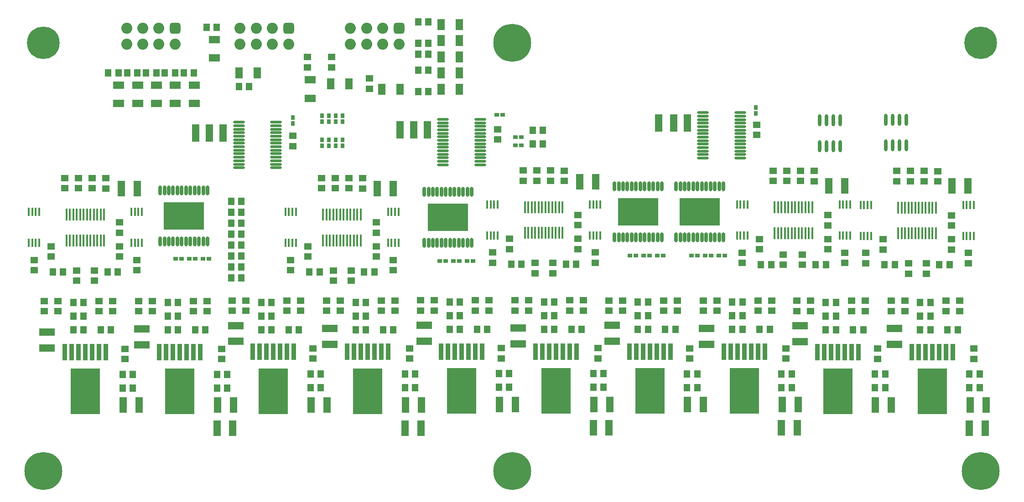
<source format=gts>
%FSLAX44Y44*%
%MOMM*%
G71*
G01*
G75*
G04 Layer_Color=8388736*
%ADD10R,1.2000X1.3500*%
%ADD11R,1.4000X2.0000*%
%ADD12R,1.3500X1.2000*%
%ADD13R,2.0000X1.4000*%
%ADD14R,0.7000X0.8000*%
%ADD15R,0.8000X0.7000*%
%ADD16R,2.8000X1.3500*%
%ADD17R,1.3000X0.8000*%
%ADD18R,5.3500X8.5400*%
%ADD19R,0.8900X3.0600*%
%ADD20O,0.3500X2.2000*%
%ADD21O,0.3500X1.5500*%
%ADD22R,1.3500X2.8000*%
%ADD23O,0.6000X2.2000*%
%ADD24O,2.1000X0.4500*%
%ADD25O,0.6000X1.8000*%
%ADD26R,7.4000X5.0000*%
%ADD27C,1.0160*%
%ADD28C,0.1524*%
%ADD29C,0.7620*%
%ADD30C,0.2540*%
%ADD31C,0.5080*%
%ADD32C,0.6350*%
%ADD33C,0.2032*%
%ADD34C,0.3048*%
%ADD35R,177.7702X1.3208*%
%ADD36C,2.0000*%
G04:AMPARAMS|DCode=37|XSize=2mm|YSize=2mm|CornerRadius=0.5mm|HoleSize=0mm|Usage=FLASHONLY|Rotation=180.000|XOffset=0mm|YOffset=0mm|HoleType=Round|Shape=RoundedRectangle|*
%AMROUNDEDRECTD37*
21,1,2.0000,1.0000,0,0,180.0*
21,1,1.0000,2.0000,0,0,180.0*
1,1,1.0000,-0.5000,0.5000*
1,1,1.0000,0.5000,0.5000*
1,1,1.0000,0.5000,-0.5000*
1,1,1.0000,-0.5000,-0.5000*
%
%ADD37ROUNDEDRECTD37*%
%ADD38C,7.0000*%
%ADD39C,6.0000*%
%ADD40C,0.7000*%
%ADD41C,1.2700*%
%ADD42C,0.6600*%
%ADD43C,2.0160*%
%ADD44C,3.4160*%
%ADD45C,4.5160*%
%ADD46C,4.1160*%
G04:AMPARAMS|DCode=47|XSize=1.824mm|YSize=1.824mm|CornerRadius=0mm|HoleSize=0mm|Usage=FLASHONLY|Rotation=0.000|XOffset=0mm|YOffset=0mm|HoleType=Round|Shape=Relief|Width=0.254mm|Gap=0.254mm|Entries=4|*
%AMTHD47*
7,0,0,1.8240,1.3160,0.2540,45*
%
%ADD47THD47*%
%ADD48C,1.3160*%
%ADD49C,1.7272*%
%ADD50C,1.3460*%
G04:AMPARAMS|DCode=51|XSize=2.524mm|YSize=2.524mm|CornerRadius=0mm|HoleSize=0mm|Usage=FLASHONLY|Rotation=0.000|XOffset=0mm|YOffset=0mm|HoleType=Round|Shape=Relief|Width=0.254mm|Gap=0.254mm|Entries=4|*
%AMTHD51*
7,0,0,2.5240,2.0160,0.2540,45*
%
%ADD51THD51*%
G04:AMPARAMS|DCode=52|XSize=2.2352mm|YSize=2.2352mm|CornerRadius=0mm|HoleSize=0mm|Usage=FLASHONLY|Rotation=0.000|XOffset=0mm|YOffset=0mm|HoleType=Round|Shape=Relief|Width=0.254mm|Gap=0.254mm|Entries=4|*
%AMTHD52*
7,0,0,2.2352,1.7272,0.2540,45*
%
%ADD52THD52*%
%ADD53C,2.5400*%
%ADD54C,0.3000*%
%ADD55C,0.2000*%
%ADD56C,0.2500*%
%ADD57C,0.6000*%
%ADD58C,0.4000*%
%ADD59C,0.1270*%
%ADD60R,1.4732X3.1750*%
%ADD61R,1.2508X1.4008*%
%ADD62R,1.4508X2.0508*%
%ADD63R,1.4008X1.2508*%
%ADD64R,2.0508X1.4508*%
%ADD65R,0.7508X0.8508*%
%ADD66R,0.8508X0.7508*%
%ADD67R,2.8508X1.4008*%
%ADD68R,1.3508X0.8508*%
%ADD69R,5.4008X8.5908*%
%ADD70R,0.9408X3.1108*%
%ADD71O,0.4008X2.2508*%
%ADD72O,0.4008X1.6008*%
%ADD73R,1.4008X2.8508*%
%ADD74O,0.6508X2.2508*%
%ADD75O,2.1508X0.5008*%
%ADD76O,0.6508X1.8508*%
%ADD77R,7.4508X5.0508*%
%ADD78C,2.0508*%
G04:AMPARAMS|DCode=79|XSize=2.0508mm|YSize=2.0508mm|CornerRadius=0.5254mm|HoleSize=0mm|Usage=FLASHONLY|Rotation=180.000|XOffset=0mm|YOffset=0mm|HoleType=Round|Shape=RoundedRectangle|*
%AMROUNDEDRECTD79*
21,1,2.0508,1.0000,0,0,180.0*
21,1,1.0000,2.0508,0,0,180.0*
1,1,1.0508,-0.5000,0.5000*
1,1,1.0508,0.5000,0.5000*
1,1,1.0508,0.5000,-0.5000*
1,1,1.0508,-0.5000,-0.5000*
%
%ADD79ROUNDEDRECTD79*%
%ADD80C,0.0508*%
%ADD81C,7.0508*%
%ADD82C,6.0508*%
D60*
X-157156Y-235810D02*
D03*
X-182557Y-235795D02*
D03*
X-207957Y-235797D02*
D03*
X325249Y-223403D02*
D03*
X299851Y-223399D02*
D03*
X272411Y-222912D02*
D03*
X-586922Y-241296D02*
D03*
X-561528Y-241301D02*
D03*
X-536122Y-241296D02*
D03*
D61*
X-155500Y-165000D02*
D03*
X-174500D02*
D03*
X-155500Y-125000D02*
D03*
X-174500D02*
D03*
X-155500Y-95000D02*
D03*
X-174500D02*
D03*
X-155500Y-75000D02*
D03*
X-174500D02*
D03*
X-155500Y-35000D02*
D03*
X-174500D02*
D03*
X-695500Y-130000D02*
D03*
X-714500D02*
D03*
X-660500D02*
D03*
X-679500D02*
D03*
X-625500D02*
D03*
X-644500D02*
D03*
X-590500D02*
D03*
X-609500D02*
D03*
X-730500D02*
D03*
X-749500D02*
D03*
X-548000Y-45000D02*
D03*
X-567000D02*
D03*
X-507000Y-155000D02*
D03*
X-488000D02*
D03*
X57180Y-236920D02*
D03*
X38180D02*
D03*
X57180Y-262320D02*
D03*
X38180D02*
D03*
X776560Y-581950D02*
D03*
X757560D02*
D03*
X776560Y-556550D02*
D03*
X757560D02*
D03*
X808360Y-607350D02*
D03*
X827360D02*
D03*
X812120Y-486700D02*
D03*
X793120D02*
D03*
X601300Y-556550D02*
D03*
X582300D02*
D03*
X601300Y-581950D02*
D03*
X582300D02*
D03*
X633100Y-607350D02*
D03*
X652100D02*
D03*
X691520Y-486700D02*
D03*
X710520D02*
D03*
X757560Y-607350D02*
D03*
X776560D02*
D03*
X849000Y-715300D02*
D03*
X868000D02*
D03*
X849000Y-689900D02*
D03*
X868000D02*
D03*
X582300Y-607350D02*
D03*
X601300D02*
D03*
X673740Y-689900D02*
D03*
X692740D02*
D03*
X673740Y-715300D02*
D03*
X692740D02*
D03*
X-521540Y-429440D02*
D03*
X-502540D02*
D03*
X-521540Y-409120D02*
D03*
X-502540D02*
D03*
X-521540Y-368480D02*
D03*
X-502540D02*
D03*
X-521540Y-388800D02*
D03*
X-502540D02*
D03*
X-639081Y-582350D02*
D03*
X-620080D02*
D03*
X-290180Y-581860D02*
D03*
X-271180D02*
D03*
X59419Y-581080D02*
D03*
X78419D02*
D03*
X408730Y-581570D02*
D03*
X427729D02*
D03*
X-639081Y-556950D02*
D03*
X-620080D02*
D03*
X-290180Y-556460D02*
D03*
X-271180D02*
D03*
X59419Y-555680D02*
D03*
X78419D02*
D03*
X408730Y-556170D02*
D03*
X427729D02*
D03*
X-569280Y-607750D02*
D03*
X-588280D02*
D03*
X-220380Y-607260D02*
D03*
X-239380D02*
D03*
X129220Y-606480D02*
D03*
X110220D02*
D03*
X478530Y-606970D02*
D03*
X459530D02*
D03*
X-750841Y-499800D02*
D03*
X-731841D02*
D03*
X-274570Y-499800D02*
D03*
X-255570D02*
D03*
X100059Y-485830D02*
D03*
X119059D02*
D03*
X563670Y-486320D02*
D03*
X582669D02*
D03*
X-814341Y-556950D02*
D03*
X-795340D02*
D03*
X-465440Y-556460D02*
D03*
X-446440D02*
D03*
X-115841Y-555680D02*
D03*
X-96840D02*
D03*
X233470Y-556170D02*
D03*
X252470D02*
D03*
X-814341Y-582350D02*
D03*
X-795340D02*
D03*
X-465440Y-581860D02*
D03*
X-446440D02*
D03*
X-115841Y-581080D02*
D03*
X-96840D02*
D03*
X233470Y-581570D02*
D03*
X252470D02*
D03*
X-744540Y-607750D02*
D03*
X-763540D02*
D03*
X-395640Y-607260D02*
D03*
X-414640D02*
D03*
X-46040Y-606480D02*
D03*
X-65040D02*
D03*
X303270Y-606970D02*
D03*
X284270D02*
D03*
X-833440Y-499800D02*
D03*
X-852440D02*
D03*
X-357170Y-499800D02*
D03*
X-376170D02*
D03*
X17460Y-485830D02*
D03*
X-1540D02*
D03*
X481070Y-486320D02*
D03*
X462070D02*
D03*
X-620080Y-607750D02*
D03*
X-639080D02*
D03*
X-271180Y-607260D02*
D03*
X-290180D02*
D03*
X78420Y-606480D02*
D03*
X59420D02*
D03*
X427730Y-606970D02*
D03*
X408730D02*
D03*
X-528640Y-715700D02*
D03*
X-547640D02*
D03*
X-179740Y-715210D02*
D03*
X-198740D02*
D03*
X169860Y-714430D02*
D03*
X150860D02*
D03*
X519170Y-714920D02*
D03*
X500170D02*
D03*
X-528640Y-690300D02*
D03*
X-547640D02*
D03*
X-179740Y-689810D02*
D03*
X-198740D02*
D03*
X169860Y-689030D02*
D03*
X150860D02*
D03*
X519170Y-689520D02*
D03*
X500170D02*
D03*
X-795340Y-607750D02*
D03*
X-814340D02*
D03*
X-446440Y-607260D02*
D03*
X-465440D02*
D03*
X-96840Y-606480D02*
D03*
X-115840D02*
D03*
X252470Y-606970D02*
D03*
X233470D02*
D03*
X-703900Y-690300D02*
D03*
X-722900D02*
D03*
X-355000Y-689810D02*
D03*
X-374000D02*
D03*
X-5400Y-689030D02*
D03*
X-24400D02*
D03*
X343910Y-689520D02*
D03*
X324910D02*
D03*
X-703900Y-715700D02*
D03*
X-722900D02*
D03*
X-355000Y-715210D02*
D03*
X-374000D02*
D03*
X-5400Y-714430D02*
D03*
X-24400D02*
D03*
X343910Y-714920D02*
D03*
X324910D02*
D03*
X-521540Y-510720D02*
D03*
X-502540D02*
D03*
X-521540Y-490400D02*
D03*
X-502540D02*
D03*
X-521540Y-470080D02*
D03*
X-502540D02*
D03*
X-521540Y-449760D02*
D03*
X-502540D02*
D03*
D62*
X-132000Y-160000D02*
D03*
X-98000D02*
D03*
X-242000D02*
D03*
X-208000D02*
D03*
X-132000Y-130000D02*
D03*
X-98000D02*
D03*
X-132000Y-100000D02*
D03*
X-98000D02*
D03*
X-132000Y-70000D02*
D03*
X-98000D02*
D03*
X-132000Y-40000D02*
D03*
X-98000D02*
D03*
X-337000Y-150000D02*
D03*
X-303000D02*
D03*
X-507000Y-130000D02*
D03*
X-473000D02*
D03*
D63*
X-265000Y-159500D02*
D03*
Y-140500D02*
D03*
X-335000Y-119500D02*
D03*
Y-100500D02*
D03*
X-380000Y-119500D02*
D03*
Y-100500D02*
D03*
X-36490Y-482630D02*
D03*
Y-463630D02*
D03*
X-217180Y-572310D02*
D03*
Y-553310D02*
D03*
X789920Y-312760D02*
D03*
Y-331760D02*
D03*
X713720Y-312100D02*
D03*
Y-331100D02*
D03*
X805160Y-572400D02*
D03*
Y-553400D02*
D03*
X830560Y-553400D02*
D03*
Y-572400D02*
D03*
X728960Y-553400D02*
D03*
Y-572400D02*
D03*
X847070Y-483500D02*
D03*
Y-464500D02*
D03*
X768710Y-502950D02*
D03*
Y-483950D02*
D03*
X629900Y-572400D02*
D03*
Y-553400D02*
D03*
X655300Y-553400D02*
D03*
Y-572400D02*
D03*
X553700Y-553400D02*
D03*
Y-572400D02*
D03*
X735690Y-502950D02*
D03*
Y-483950D02*
D03*
X656570Y-483500D02*
D03*
Y-464500D02*
D03*
X857230Y-642300D02*
D03*
Y-661300D02*
D03*
X678160Y-661300D02*
D03*
Y-642300D02*
D03*
X703560Y-553400D02*
D03*
Y-572400D02*
D03*
X815320Y-439100D02*
D03*
Y-458100D02*
D03*
X764520Y-312100D02*
D03*
Y-331100D02*
D03*
X528300Y-553400D02*
D03*
Y-572400D02*
D03*
X739120Y-312100D02*
D03*
Y-331100D02*
D03*
X815320Y-413650D02*
D03*
Y-394650D02*
D03*
X688320Y-458100D02*
D03*
Y-439100D02*
D03*
X-754040Y-325860D02*
D03*
Y-344860D02*
D03*
X-277770Y-325860D02*
D03*
Y-344860D02*
D03*
X96860Y-311890D02*
D03*
Y-330890D02*
D03*
X560470Y-312380D02*
D03*
Y-331380D02*
D03*
X-830220Y-325200D02*
D03*
Y-344200D02*
D03*
X-353970Y-325200D02*
D03*
Y-344200D02*
D03*
X20660Y-311230D02*
D03*
Y-330230D02*
D03*
X484270Y-311720D02*
D03*
Y-330720D02*
D03*
X-591480Y-553800D02*
D03*
Y-572800D02*
D03*
X-242580Y-553310D02*
D03*
Y-572310D02*
D03*
X107020Y-552530D02*
D03*
Y-571530D02*
D03*
X456330Y-553020D02*
D03*
Y-572020D02*
D03*
X-566080Y-572800D02*
D03*
Y-553800D02*
D03*
X132420Y-571530D02*
D03*
Y-552530D02*
D03*
X481730Y-572020D02*
D03*
Y-553020D02*
D03*
X-667680Y-572800D02*
D03*
Y-553800D02*
D03*
X-318780Y-572310D02*
D03*
Y-553310D02*
D03*
X30820Y-571530D02*
D03*
Y-552530D02*
D03*
X380130Y-572020D02*
D03*
Y-553020D02*
D03*
X-696890Y-477600D02*
D03*
Y-496600D02*
D03*
X-220620Y-477600D02*
D03*
Y-496600D02*
D03*
X154010Y-463630D02*
D03*
Y-482630D02*
D03*
X617620Y-464120D02*
D03*
Y-483120D02*
D03*
X-775250Y-497050D02*
D03*
Y-516050D02*
D03*
X-298980Y-497050D02*
D03*
Y-516050D02*
D03*
X75650Y-483080D02*
D03*
Y-502080D02*
D03*
X538880Y-486440D02*
D03*
Y-467440D02*
D03*
X-766740Y-553800D02*
D03*
Y-572800D02*
D03*
X-417840Y-553310D02*
D03*
Y-572310D02*
D03*
X-68240Y-552530D02*
D03*
Y-571530D02*
D03*
X281070Y-553020D02*
D03*
Y-572020D02*
D03*
X-741340Y-572800D02*
D03*
Y-553800D02*
D03*
X-392440Y-572310D02*
D03*
Y-553310D02*
D03*
X-42840Y-571530D02*
D03*
Y-552530D02*
D03*
X306470Y-572020D02*
D03*
Y-553020D02*
D03*
X-842940Y-572800D02*
D03*
Y-553800D02*
D03*
X-494040Y-572310D02*
D03*
Y-553310D02*
D03*
X-144440Y-571530D02*
D03*
Y-552530D02*
D03*
X204870Y-572020D02*
D03*
Y-553020D02*
D03*
X-808270Y-497050D02*
D03*
Y-516050D02*
D03*
X-332000Y-497050D02*
D03*
Y-516050D02*
D03*
X42630Y-483080D02*
D03*
Y-502080D02*
D03*
X503280Y-486440D02*
D03*
Y-467440D02*
D03*
X-887390Y-477600D02*
D03*
Y-496600D02*
D03*
X-411120Y-477600D02*
D03*
Y-496600D02*
D03*
X427120Y-464120D02*
D03*
Y-483120D02*
D03*
X-539410Y-642700D02*
D03*
Y-661700D02*
D03*
X-190510Y-642210D02*
D03*
Y-661210D02*
D03*
X159090Y-641430D02*
D03*
Y-660430D02*
D03*
X508400Y-641920D02*
D03*
Y-660920D02*
D03*
X-718480Y-642700D02*
D03*
Y-661700D02*
D03*
X-369580Y-642210D02*
D03*
Y-661210D02*
D03*
X-19980Y-641430D02*
D03*
Y-660430D02*
D03*
X329330Y-641920D02*
D03*
Y-660920D02*
D03*
X-26900Y-234520D02*
D03*
Y-253520D02*
D03*
X454200Y-226380D02*
D03*
Y-245380D02*
D03*
X-693080Y-572800D02*
D03*
Y-553800D02*
D03*
X-344180Y-572310D02*
D03*
Y-553310D02*
D03*
X5420Y-571530D02*
D03*
Y-552530D02*
D03*
X354730Y-572020D02*
D03*
Y-553020D02*
D03*
X-728640Y-471200D02*
D03*
Y-452200D02*
D03*
X-252370Y-471200D02*
D03*
Y-452200D02*
D03*
X122260Y-457230D02*
D03*
Y-438230D02*
D03*
X585870Y-457720D02*
D03*
Y-438720D02*
D03*
X-779440Y-344200D02*
D03*
Y-325200D02*
D03*
X-303170Y-344200D02*
D03*
Y-325200D02*
D03*
X71460Y-330230D02*
D03*
Y-311230D02*
D03*
X535070Y-330720D02*
D03*
Y-311720D02*
D03*
X-868340Y-572800D02*
D03*
Y-553800D02*
D03*
X-519440Y-572310D02*
D03*
Y-553310D02*
D03*
X-169840Y-571530D02*
D03*
Y-552530D02*
D03*
X179470Y-572020D02*
D03*
Y-553020D02*
D03*
X-804840Y-344200D02*
D03*
Y-325200D02*
D03*
X-328570Y-344200D02*
D03*
Y-325200D02*
D03*
X46060Y-330230D02*
D03*
Y-311230D02*
D03*
X509670Y-330720D02*
D03*
Y-311720D02*
D03*
X-728640Y-407750D02*
D03*
Y-426750D02*
D03*
X-252370Y-407750D02*
D03*
Y-426750D02*
D03*
X122260Y-393780D02*
D03*
Y-412780D02*
D03*
X585870Y-394270D02*
D03*
Y-413270D02*
D03*
X-855640Y-452200D02*
D03*
Y-471200D02*
D03*
X-379370Y-452200D02*
D03*
Y-471200D02*
D03*
X-4740Y-438230D02*
D03*
Y-457230D02*
D03*
X458870Y-438720D02*
D03*
Y-457720D02*
D03*
X-406582Y-246821D02*
D03*
Y-265821D02*
D03*
D64*
X-695000Y-153000D02*
D03*
Y-187000D02*
D03*
X-660000Y-153000D02*
D03*
Y-187000D02*
D03*
X-625000Y-153000D02*
D03*
Y-187000D02*
D03*
X-730000Y-153000D02*
D03*
Y-187000D02*
D03*
X-375000Y-143000D02*
D03*
Y-177000D02*
D03*
X-552500Y-68000D02*
D03*
Y-102000D02*
D03*
X-590000Y-153000D02*
D03*
Y-187000D02*
D03*
D65*
X-352500Y-265500D02*
D03*
Y-254500D02*
D03*
X-340000Y-265500D02*
D03*
Y-254500D02*
D03*
X-327500Y-265500D02*
D03*
Y-254500D02*
D03*
X-315000Y-254500D02*
D03*
Y-265500D02*
D03*
X-352500Y-209500D02*
D03*
Y-220500D02*
D03*
X-340000Y-209500D02*
D03*
Y-220500D02*
D03*
X-327500Y-209500D02*
D03*
Y-220500D02*
D03*
X-315000Y-220500D02*
D03*
Y-209500D02*
D03*
X452780Y-205420D02*
D03*
Y-194420D02*
D03*
X-406582Y-212721D02*
D03*
Y-223721D02*
D03*
D66*
X6620Y-249620D02*
D03*
X17620D02*
D03*
X6620Y-264860D02*
D03*
X17620D02*
D03*
X-17500Y-208000D02*
D03*
X-28500D02*
D03*
X332680Y-469320D02*
D03*
X343680D02*
D03*
X369080D02*
D03*
X358080D02*
D03*
X218380D02*
D03*
X229380D02*
D03*
X254780D02*
D03*
X243780D02*
D03*
X394480D02*
D03*
X383480D02*
D03*
X280180D02*
D03*
X269180D02*
D03*
X-134680Y-479480D02*
D03*
X-123680D02*
D03*
X-98280D02*
D03*
X-109280D02*
D03*
X-624220Y-475160D02*
D03*
X-613220D02*
D03*
X-587820D02*
D03*
X-598820D02*
D03*
X-72880Y-479480D02*
D03*
X-83880D02*
D03*
X-562420Y-475160D02*
D03*
X-573420D02*
D03*
D67*
X-863240Y-641550D02*
D03*
Y-612050D02*
D03*
X709420Y-634800D02*
D03*
Y-605300D02*
D03*
X534650Y-629110D02*
D03*
Y-599610D02*
D03*
X-687220Y-635200D02*
D03*
Y-605700D02*
D03*
X-338320Y-634710D02*
D03*
Y-605210D02*
D03*
X11280Y-633930D02*
D03*
Y-604430D02*
D03*
X360590Y-634420D02*
D03*
Y-604920D02*
D03*
X-513090Y-629020D02*
D03*
Y-599520D02*
D03*
X-163490Y-628240D02*
D03*
Y-598740D02*
D03*
X185820Y-628730D02*
D03*
Y-599230D02*
D03*
D68*
X-157060Y-224728D02*
D03*
Y-235728D02*
D03*
Y-246728D02*
D03*
X-182460Y-224728D02*
D03*
Y-235728D02*
D03*
Y-246728D02*
D03*
X-207860Y-224728D02*
D03*
Y-235728D02*
D03*
Y-246728D02*
D03*
X325240Y-234356D02*
D03*
Y-223356D02*
D03*
Y-212356D02*
D03*
X299840Y-234356D02*
D03*
Y-223356D02*
D03*
Y-212356D02*
D03*
X272440Y-233868D02*
D03*
Y-222868D02*
D03*
Y-211868D02*
D03*
X-586922Y-252257D02*
D03*
Y-241257D02*
D03*
Y-230257D02*
D03*
X-561522Y-252257D02*
D03*
Y-241257D02*
D03*
Y-230257D02*
D03*
X-536122Y-252257D02*
D03*
Y-241257D02*
D03*
Y-230257D02*
D03*
D69*
X779760Y-721650D02*
D03*
X604500D02*
D03*
X-616880Y-722050D02*
D03*
X-267980Y-721560D02*
D03*
X81620Y-720780D02*
D03*
X430930Y-721270D02*
D03*
X-792140Y-722050D02*
D03*
X-443240Y-721560D02*
D03*
X-93640Y-720780D02*
D03*
X255670Y-721270D02*
D03*
D70*
X792460Y-648600D02*
D03*
X805160D02*
D03*
X817860D02*
D03*
X779760D02*
D03*
X767060D02*
D03*
X754360D02*
D03*
X741660D02*
D03*
X617200D02*
D03*
X629900D02*
D03*
X642600D02*
D03*
X604500D02*
D03*
X591800D02*
D03*
X579100D02*
D03*
X566400D02*
D03*
X-604180Y-649000D02*
D03*
X-591480D02*
D03*
X-578780D02*
D03*
X-616880D02*
D03*
X-629580D02*
D03*
X-642280D02*
D03*
X-654980D02*
D03*
X-255280Y-648510D02*
D03*
X-242580D02*
D03*
X-229880D02*
D03*
X-267980D02*
D03*
X-280680D02*
D03*
X-293380D02*
D03*
X-306080D02*
D03*
X94320Y-647730D02*
D03*
X107020D02*
D03*
X119720D02*
D03*
X81620D02*
D03*
X68920D02*
D03*
X56220D02*
D03*
X43520D02*
D03*
X443630Y-648220D02*
D03*
X456330D02*
D03*
X469030D02*
D03*
X430930D02*
D03*
X418230D02*
D03*
X405530D02*
D03*
X392830D02*
D03*
X-779440Y-649000D02*
D03*
X-766740D02*
D03*
X-754040D02*
D03*
X-792140D02*
D03*
X-804840D02*
D03*
X-817540D02*
D03*
X-830240D02*
D03*
X-430540Y-648510D02*
D03*
X-417840D02*
D03*
X-405140D02*
D03*
X-443240D02*
D03*
X-455940D02*
D03*
X-468640D02*
D03*
X-481340D02*
D03*
X-80940Y-647730D02*
D03*
X-68240D02*
D03*
X-55540D02*
D03*
X-93640D02*
D03*
X-106340D02*
D03*
X-119040D02*
D03*
X-131740D02*
D03*
X268370Y-648220D02*
D03*
X281070D02*
D03*
X293770D02*
D03*
X255670D02*
D03*
X242970D02*
D03*
X230270D02*
D03*
X217570D02*
D03*
D71*
X716895Y-428150D02*
D03*
X723245D02*
D03*
X729595D02*
D03*
X735945D02*
D03*
X742295D02*
D03*
X748645D02*
D03*
X754995D02*
D03*
X761345D02*
D03*
X767695D02*
D03*
X774045D02*
D03*
X780395D02*
D03*
X786745D02*
D03*
X716895Y-380150D02*
D03*
X723245D02*
D03*
X729595D02*
D03*
X735945D02*
D03*
X742295D02*
D03*
X748645D02*
D03*
X754995D02*
D03*
X761345D02*
D03*
X767695D02*
D03*
X774045D02*
D03*
X780395D02*
D03*
X786745D02*
D03*
X-757215Y-393250D02*
D03*
X-763565D02*
D03*
X-769915D02*
D03*
X-776265D02*
D03*
X-782615D02*
D03*
X-788965D02*
D03*
X-795315D02*
D03*
X-801665D02*
D03*
X-808015D02*
D03*
X-814365D02*
D03*
X-820715D02*
D03*
X-827065D02*
D03*
X-757215Y-441250D02*
D03*
X-763565D02*
D03*
X-769915D02*
D03*
X-776265D02*
D03*
X-782615D02*
D03*
X-788965D02*
D03*
X-795315D02*
D03*
X-801665D02*
D03*
X-808015D02*
D03*
X-814365D02*
D03*
X-820715D02*
D03*
X-827065D02*
D03*
X-280945Y-393250D02*
D03*
X-287295D02*
D03*
X-293645D02*
D03*
X-299995D02*
D03*
X-306345D02*
D03*
X-312695D02*
D03*
X-319045D02*
D03*
X-325395D02*
D03*
X-331745D02*
D03*
X-338095D02*
D03*
X-344445D02*
D03*
X-350795D02*
D03*
X-280945Y-441250D02*
D03*
X-287295D02*
D03*
X-293645D02*
D03*
X-299995D02*
D03*
X-306345D02*
D03*
X-312695D02*
D03*
X-319045D02*
D03*
X-325395D02*
D03*
X-331745D02*
D03*
X-338095D02*
D03*
X-344445D02*
D03*
X-350795D02*
D03*
X93685Y-379280D02*
D03*
X87335D02*
D03*
X80985D02*
D03*
X74635D02*
D03*
X68285D02*
D03*
X61935D02*
D03*
X55585D02*
D03*
X49235D02*
D03*
X42885D02*
D03*
X36535D02*
D03*
X30185D02*
D03*
X23835D02*
D03*
X93685Y-427280D02*
D03*
X87335D02*
D03*
X80985D02*
D03*
X74635D02*
D03*
X68285D02*
D03*
X61935D02*
D03*
X55585D02*
D03*
X49235D02*
D03*
X42885D02*
D03*
X36535D02*
D03*
X30185D02*
D03*
X23835D02*
D03*
X557295Y-379770D02*
D03*
X550945D02*
D03*
X544595D02*
D03*
X538245D02*
D03*
X531895D02*
D03*
X525545D02*
D03*
X519195D02*
D03*
X512845D02*
D03*
X506495D02*
D03*
X500145D02*
D03*
X493795D02*
D03*
X487445D02*
D03*
X557295Y-427770D02*
D03*
X550945D02*
D03*
X544595D02*
D03*
X538245D02*
D03*
X531895D02*
D03*
X525545D02*
D03*
X519195D02*
D03*
X512845D02*
D03*
X506495D02*
D03*
X500145D02*
D03*
X493795D02*
D03*
X487445D02*
D03*
D72*
X856820Y-375400D02*
D03*
X850320D02*
D03*
X843820D02*
D03*
X837320D02*
D03*
X856820Y-432900D02*
D03*
X850320D02*
D03*
X843820D02*
D03*
X837320D02*
D03*
X646820D02*
D03*
X653320D02*
D03*
X659820D02*
D03*
X666320D02*
D03*
X646820Y-375400D02*
D03*
X653320D02*
D03*
X659820D02*
D03*
X666320D02*
D03*
X-687140Y-388500D02*
D03*
X-693640D02*
D03*
X-700140D02*
D03*
X-706640D02*
D03*
X-687140Y-446000D02*
D03*
X-693640D02*
D03*
X-700140D02*
D03*
X-706640D02*
D03*
X-210870Y-388500D02*
D03*
X-217370D02*
D03*
X-223870D02*
D03*
X-230370D02*
D03*
X-210870Y-446000D02*
D03*
X-217370D02*
D03*
X-223870D02*
D03*
X-230370D02*
D03*
X163760Y-374530D02*
D03*
X157260D02*
D03*
X150760D02*
D03*
X144260D02*
D03*
X163760Y-432030D02*
D03*
X157260D02*
D03*
X150760D02*
D03*
X144260D02*
D03*
X627370Y-375020D02*
D03*
X620870D02*
D03*
X614370D02*
D03*
X607870D02*
D03*
X627370Y-432520D02*
D03*
X620870D02*
D03*
X614370D02*
D03*
X607870D02*
D03*
X-897140Y-446000D02*
D03*
X-890640D02*
D03*
X-884140D02*
D03*
X-877640D02*
D03*
X-897140Y-388500D02*
D03*
X-890640D02*
D03*
X-884140D02*
D03*
X-877640D02*
D03*
X-420870Y-446000D02*
D03*
X-414370D02*
D03*
X-407870D02*
D03*
X-401370D02*
D03*
X-420870Y-388500D02*
D03*
X-414370D02*
D03*
X-407870D02*
D03*
X-401370D02*
D03*
X-46240Y-432030D02*
D03*
X-39740D02*
D03*
X-33240D02*
D03*
X-26740D02*
D03*
X-46240Y-374530D02*
D03*
X-39740D02*
D03*
X-33240D02*
D03*
X-26740D02*
D03*
X417370Y-432520D02*
D03*
X423870D02*
D03*
X430370D02*
D03*
X436870D02*
D03*
X417370Y-375020D02*
D03*
X423870D02*
D03*
X430370D02*
D03*
X436870D02*
D03*
D73*
X879600Y-747050D02*
D03*
X850100D02*
D03*
X878330Y-790230D02*
D03*
X848830D02*
D03*
X703990Y-747050D02*
D03*
X674490D02*
D03*
X816190Y-339780D02*
D03*
X845690D02*
D03*
X-517040Y-747450D02*
D03*
X-546540D02*
D03*
X-168140Y-746960D02*
D03*
X-197640D02*
D03*
X181460Y-746180D02*
D03*
X151960D02*
D03*
X530770Y-746670D02*
D03*
X501270D02*
D03*
X-518310Y-790630D02*
D03*
X-547810D02*
D03*
X-169410Y-790140D02*
D03*
X-198910D02*
D03*
X180190Y-789360D02*
D03*
X150690D02*
D03*
X529500Y-789850D02*
D03*
X500000D02*
D03*
X-692650Y-747450D02*
D03*
X-722150D02*
D03*
X-343750Y-746960D02*
D03*
X-373250D02*
D03*
X5850Y-746180D02*
D03*
X-23650D02*
D03*
X355160Y-746670D02*
D03*
X325660D02*
D03*
X-725590Y-344860D02*
D03*
X-696090D02*
D03*
X-250610D02*
D03*
X-221110D02*
D03*
X125310Y-332160D02*
D03*
X154810D02*
D03*
X587590Y-339780D02*
D03*
X617090D02*
D03*
D74*
X693520Y-264720D02*
D03*
X706220D02*
D03*
X718920D02*
D03*
X731620D02*
D03*
X693520Y-216720D02*
D03*
X706220D02*
D03*
X718920D02*
D03*
X731620D02*
D03*
X570970Y-266030D02*
D03*
X583670D02*
D03*
X596370D02*
D03*
X609070D02*
D03*
X570970Y-218030D02*
D03*
X583670D02*
D03*
X596370D02*
D03*
X609070D02*
D03*
D75*
X-59060Y-300750D02*
D03*
Y-294250D02*
D03*
Y-287750D02*
D03*
Y-281250D02*
D03*
Y-274750D02*
D03*
Y-268250D02*
D03*
Y-261750D02*
D03*
Y-255250D02*
D03*
Y-248750D02*
D03*
Y-242250D02*
D03*
Y-235750D02*
D03*
Y-229250D02*
D03*
Y-222750D02*
D03*
Y-216250D02*
D03*
X-128060Y-300750D02*
D03*
Y-294250D02*
D03*
Y-287750D02*
D03*
Y-281250D02*
D03*
Y-274750D02*
D03*
Y-268250D02*
D03*
Y-261750D02*
D03*
Y-255250D02*
D03*
Y-248750D02*
D03*
Y-242250D02*
D03*
Y-235750D02*
D03*
Y-229250D02*
D03*
Y-222750D02*
D03*
Y-216250D02*
D03*
X423240Y-288290D02*
D03*
Y-281790D02*
D03*
Y-275290D02*
D03*
Y-268790D02*
D03*
Y-262290D02*
D03*
Y-255790D02*
D03*
Y-249290D02*
D03*
Y-242790D02*
D03*
Y-236290D02*
D03*
Y-229790D02*
D03*
Y-223290D02*
D03*
Y-216790D02*
D03*
Y-210290D02*
D03*
Y-203790D02*
D03*
X354240Y-288290D02*
D03*
Y-281790D02*
D03*
Y-275290D02*
D03*
Y-268790D02*
D03*
Y-262290D02*
D03*
Y-255790D02*
D03*
Y-249290D02*
D03*
Y-242790D02*
D03*
Y-236290D02*
D03*
Y-229790D02*
D03*
Y-223290D02*
D03*
Y-216790D02*
D03*
Y-210290D02*
D03*
Y-203790D02*
D03*
X-507122Y-221691D02*
D03*
Y-228191D02*
D03*
Y-234691D02*
D03*
Y-241191D02*
D03*
Y-247691D02*
D03*
Y-254191D02*
D03*
Y-260691D02*
D03*
Y-267191D02*
D03*
Y-273691D02*
D03*
Y-280191D02*
D03*
Y-286691D02*
D03*
Y-293191D02*
D03*
Y-299691D02*
D03*
Y-306191D02*
D03*
X-438122Y-221691D02*
D03*
Y-228191D02*
D03*
Y-234691D02*
D03*
Y-241191D02*
D03*
Y-247691D02*
D03*
Y-254191D02*
D03*
Y-260691D02*
D03*
Y-267191D02*
D03*
Y-273691D02*
D03*
Y-280191D02*
D03*
Y-286691D02*
D03*
Y-293191D02*
D03*
Y-299691D02*
D03*
Y-306191D02*
D03*
D76*
X304340Y-435540D02*
D03*
X312340D02*
D03*
X320340D02*
D03*
X328340D02*
D03*
X336340D02*
D03*
X344340D02*
D03*
X352340D02*
D03*
X360340D02*
D03*
X368340D02*
D03*
X376340D02*
D03*
X384340D02*
D03*
X392340D02*
D03*
X304340Y-340540D02*
D03*
X312340D02*
D03*
X320340D02*
D03*
X328340D02*
D03*
X336340D02*
D03*
X344340D02*
D03*
X352340D02*
D03*
X360340D02*
D03*
X368340D02*
D03*
X376340D02*
D03*
X384340D02*
D03*
X392340D02*
D03*
X190040Y-435540D02*
D03*
X198040D02*
D03*
X206040D02*
D03*
X214040D02*
D03*
X222040D02*
D03*
X230040D02*
D03*
X238040D02*
D03*
X246040D02*
D03*
X254040D02*
D03*
X262040D02*
D03*
X270040D02*
D03*
X278040D02*
D03*
X190040Y-340540D02*
D03*
X198040D02*
D03*
X206040D02*
D03*
X214040D02*
D03*
X222040D02*
D03*
X230040D02*
D03*
X238040D02*
D03*
X246040D02*
D03*
X254040D02*
D03*
X262040D02*
D03*
X270040D02*
D03*
X278040D02*
D03*
X-155020Y-350700D02*
D03*
X-163020D02*
D03*
X-139020D02*
D03*
X-147020D02*
D03*
X-131020D02*
D03*
X-123020D02*
D03*
X-115020D02*
D03*
X-107020D02*
D03*
X-83020D02*
D03*
X-75020D02*
D03*
X-99020D02*
D03*
X-91020D02*
D03*
X-155020Y-445700D02*
D03*
X-163020D02*
D03*
X-147020D02*
D03*
X-139020D02*
D03*
X-115020D02*
D03*
X-107020D02*
D03*
X-131020D02*
D03*
X-123020D02*
D03*
X-83020D02*
D03*
X-75020D02*
D03*
X-99020D02*
D03*
X-91020D02*
D03*
X-653240Y-443160D02*
D03*
X-645240D02*
D03*
X-637240D02*
D03*
X-629240D02*
D03*
X-621240D02*
D03*
X-613240D02*
D03*
X-605240D02*
D03*
X-597240D02*
D03*
X-589240D02*
D03*
X-581240D02*
D03*
X-573240D02*
D03*
X-565240D02*
D03*
X-653240Y-348160D02*
D03*
X-645240D02*
D03*
X-637240D02*
D03*
X-629240D02*
D03*
X-621240D02*
D03*
X-613240D02*
D03*
X-605240D02*
D03*
X-597240D02*
D03*
X-589240D02*
D03*
X-581240D02*
D03*
X-573240D02*
D03*
X-565240D02*
D03*
D77*
X348340Y-388040D02*
D03*
X234040D02*
D03*
X-119020Y-398200D02*
D03*
X-609240Y-395660D02*
D03*
D78*
X-685500Y-76900D02*
D03*
X-715500D02*
D03*
X-655500D02*
D03*
X-625500D02*
D03*
X-655500Y-46900D02*
D03*
X-715500D02*
D03*
X-685500D02*
D03*
X-475000Y-76900D02*
D03*
X-505000D02*
D03*
X-445000D02*
D03*
X-415000D02*
D03*
X-445000Y-46900D02*
D03*
X-505000D02*
D03*
X-475000D02*
D03*
X-270000Y-76900D02*
D03*
X-300000D02*
D03*
X-240000D02*
D03*
X-210000D02*
D03*
X-240000Y-46900D02*
D03*
X-300000D02*
D03*
X-270000D02*
D03*
D79*
X-625500D02*
D03*
X-415000D02*
D03*
X-210000D02*
D03*
D80*
X-640500Y-16400D02*
D03*
X-700500D02*
D03*
X-430000D02*
D03*
X-490000D02*
D03*
X-225000D02*
D03*
X-285000D02*
D03*
D81*
X870000Y-870000D02*
D03*
X-870000D02*
D03*
X0D02*
D03*
X-0Y-74000D02*
D03*
D82*
X-870000D02*
D03*
X870000D02*
D03*
M02*

</source>
